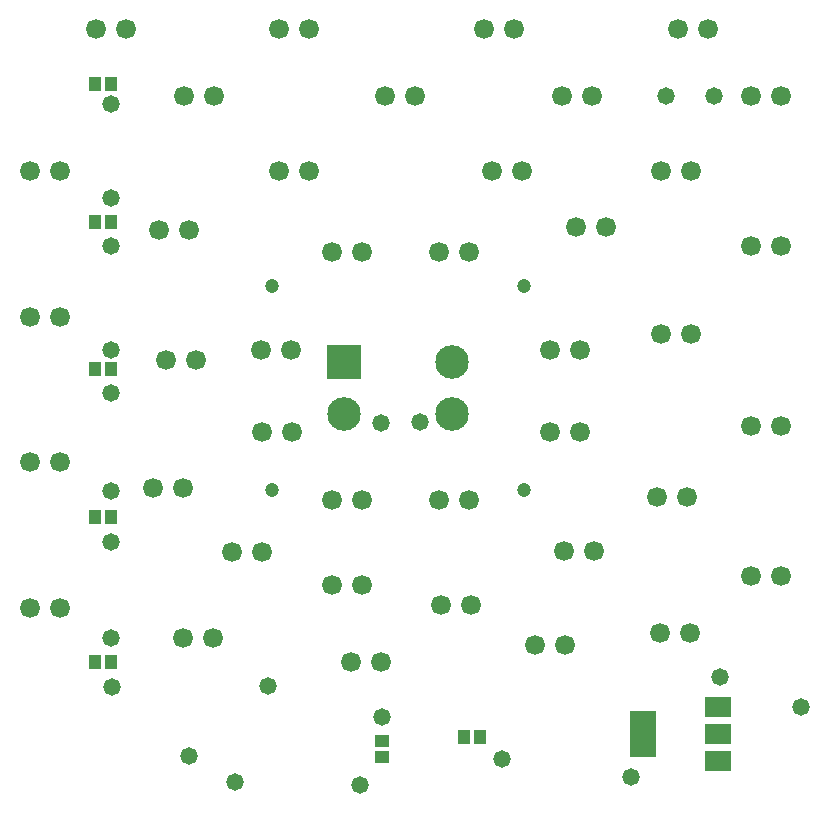
<source format=gbs>
%FSLAX23Y23*%
%MOIN*%
%SFA1B1*%

%IPPOS*%
%ADD22R,0.045400X0.041470*%
%ADD23R,0.041470X0.045400*%
%ADD24R,0.086740X0.157610*%
%ADD25R,0.086740X0.067060*%
%ADD27C,0.066270*%
%ADD28C,0.047370*%
%ADD29C,0.111940*%
%ADD30R,0.111940X0.111940*%
%ADD31C,0.058000*%
%LNpcb1-1*%
%LPD*%
G54D22*
X1325Y149D03*
Y200D03*
G54D23*
X369Y2393D03*
X420D03*
X369Y1440D03*
X420D03*
X369Y947D03*
X420D03*
X369Y465D03*
X420D03*
X1650Y215D03*
X1599D03*
X420Y1930D03*
X369D03*
G54D24*
X2195Y225D03*
G54D25*
X2444Y134D03*
Y225D03*
Y315D03*
G54D27*
X1157Y1830D03*
X1257D03*
X2310Y2575D03*
X2410D03*
X1663D03*
X1763D03*
X980D03*
X1080D03*
X1885Y1505D03*
X1985D03*
X1885Y1230D03*
X1985D03*
X1157Y720D03*
X1257D03*
X1220Y465D03*
X1320D03*
X925Y1230D03*
X1025D03*
X920Y1505D03*
X1020D03*
X765Y2350D03*
X665D03*
X470Y2575D03*
X370D03*
X2025Y2350D03*
X1925D03*
X2655D03*
X2555D03*
X1435D03*
X1335D03*
X2071Y1915D03*
X1971D03*
X1615Y1830D03*
X1515D03*
X680Y1905D03*
X580D03*
X2353Y2100D03*
X2253D03*
X1790D03*
X1690D03*
X1080D03*
X980D03*
X250D03*
X150D03*
X2353Y1557D03*
X2253D03*
X705Y1470D03*
X605D03*
X2655Y1850D03*
X2555D03*
X250Y1615D03*
X150D03*
X2340Y1015D03*
X2240D03*
X2030Y835D03*
X1930D03*
X925Y830D03*
X825D03*
X660Y1045D03*
X560D03*
X2655Y1250D03*
X2555D03*
X1615Y1005D03*
X1515D03*
X1257D03*
X1157D03*
X250Y1130D03*
X150D03*
X2350Y560D03*
X2250D03*
X1935Y520D03*
X1835D03*
X760Y545D03*
X660D03*
X2655Y750D03*
X2555D03*
X1620Y655D03*
X1520D03*
X250Y645D03*
X150D03*
G54D28*
X1798Y1037D03*
X957D03*
Y1718D03*
X1798D03*
G54D29*
X1198Y1290D03*
X1557D03*
Y1465D03*
G54D30*
X1198Y1465D03*
G54D31*
X1724Y141D03*
X2450Y415D03*
X2720Y315D03*
X1320Y1260D03*
X1450Y1265D03*
X1325Y280D03*
X945Y385D03*
X1250Y55D03*
X835Y65D03*
X680Y150D03*
X420Y2325D03*
X2155Y80D03*
X420Y2010D03*
Y1850D03*
Y1505D03*
Y1360D03*
Y1035D03*
Y865D03*
Y545D03*
X425Y380D03*
X2430Y2350D03*
X2270D03*
M02*
</source>
